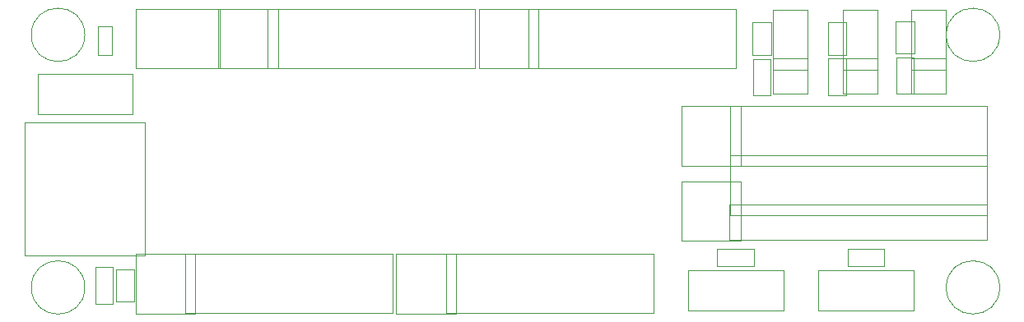
<source format=gbr>
G04 #@! TF.GenerationSoftware,KiCad,Pcbnew,(5.1.5)-2*
G04 #@! TF.CreationDate,2020-04-05T00:52:07+07:00*
G04 #@! TF.ProjectId,KIT_PIC16F1937,4b49545f-5049-4433-9136-46313933372e,rev?*
G04 #@! TF.SameCoordinates,Original*
G04 #@! TF.FileFunction,Other,User*
%FSLAX46Y46*%
G04 Gerber Fmt 4.6, Leading zero omitted, Abs format (unit mm)*
G04 Created by KiCad (PCBNEW (5.1.5)-2) date 2020-04-05 00:52:07*
%MOMM*%
%LPD*%
G04 APERTURE LIST*
%ADD10C,0.050000*%
G04 APERTURE END LIST*
D10*
X150844000Y-101683000D02*
X149384000Y-101683000D01*
X149384000Y-101683000D02*
X149384000Y-98723000D01*
X149384000Y-98723000D02*
X150844000Y-98723000D01*
X150844000Y-98723000D02*
X150844000Y-101683000D01*
X143182000Y-107714000D02*
X143182000Y-103614000D01*
X152982000Y-107714000D02*
X143182000Y-107714000D01*
X152982000Y-103614000D02*
X152982000Y-107714000D01*
X143182000Y-103614000D02*
X152982000Y-103614000D01*
X148038000Y-99568000D02*
G75*
G03X148038000Y-99568000I-2750000J0D01*
G01*
X148038000Y-125603000D02*
G75*
G03X148038000Y-125603000I-2750000J0D01*
G01*
X242145000Y-99568000D02*
G75*
G03X242145000Y-99568000I-2750000J0D01*
G01*
X242145000Y-125603000D02*
G75*
G03X242145000Y-125603000I-2750000J0D01*
G01*
X193644000Y-103019000D02*
X193644000Y-96919000D01*
X193644000Y-96919000D02*
X214994000Y-96919000D01*
X214994000Y-96919000D02*
X214994000Y-103019000D01*
X214994000Y-103019000D02*
X193644000Y-103019000D01*
X185174000Y-122152000D02*
X206524000Y-122152000D01*
X185174000Y-128252000D02*
X185174000Y-122152000D01*
X206524000Y-128252000D02*
X185174000Y-128252000D01*
X206524000Y-122152000D02*
X206524000Y-128252000D01*
X188197000Y-103019000D02*
X166847000Y-103019000D01*
X188197000Y-96919000D02*
X188197000Y-103019000D01*
X166847000Y-96919000D02*
X188197000Y-96919000D01*
X166847000Y-103019000D02*
X166847000Y-96919000D01*
X179727000Y-122152000D02*
X179727000Y-128252000D01*
X179727000Y-128252000D02*
X158377000Y-128252000D01*
X158377000Y-128252000D02*
X158377000Y-122152000D01*
X158377000Y-122152000D02*
X179727000Y-122152000D01*
X154200000Y-122323000D02*
X154200000Y-108573000D01*
X154200000Y-108573000D02*
X141850000Y-108573000D01*
X141850000Y-108573000D02*
X141850000Y-122323000D01*
X141850000Y-122323000D02*
X154200000Y-122323000D01*
X180064000Y-128292000D02*
X186214000Y-128292000D01*
X186214000Y-128292000D02*
X186214000Y-122142000D01*
X186214000Y-122142000D02*
X180064000Y-122142000D01*
X180064000Y-122142000D02*
X180064000Y-128292000D01*
X161767000Y-96869000D02*
X161767000Y-103019000D01*
X167917000Y-96869000D02*
X161767000Y-96869000D01*
X167917000Y-103019000D02*
X167917000Y-96869000D01*
X161767000Y-103019000D02*
X167917000Y-103019000D01*
X188564000Y-103019000D02*
X194714000Y-103019000D01*
X194714000Y-103019000D02*
X194714000Y-96869000D01*
X194714000Y-96869000D02*
X188564000Y-96869000D01*
X188564000Y-96869000D02*
X188564000Y-103019000D01*
X153267000Y-122142000D02*
X153267000Y-128292000D01*
X159417000Y-122142000D02*
X153267000Y-122142000D01*
X159417000Y-128292000D02*
X159417000Y-122142000D01*
X153267000Y-128292000D02*
X159417000Y-128292000D01*
X153267000Y-103019000D02*
X161917000Y-103019000D01*
X161917000Y-103019000D02*
X161917000Y-96869000D01*
X161917000Y-96869000D02*
X153267000Y-96869000D01*
X153267000Y-96869000D02*
X153267000Y-103019000D01*
X149100000Y-123520000D02*
X150900000Y-123520000D01*
X150900000Y-123520000D02*
X150900000Y-127280000D01*
X150900000Y-127280000D02*
X149100000Y-127280000D01*
X149100000Y-127280000D02*
X149100000Y-123520000D01*
X216860000Y-121605000D02*
X216860000Y-123405000D01*
X216860000Y-123405000D02*
X213100000Y-123405000D01*
X213100000Y-123405000D02*
X213100000Y-121605000D01*
X213100000Y-121605000D02*
X216860000Y-121605000D01*
X226500000Y-121605000D02*
X230260000Y-121605000D01*
X226500000Y-123405000D02*
X226500000Y-121605000D01*
X230260000Y-123405000D02*
X226500000Y-123405000D01*
X230260000Y-121605000D02*
X230260000Y-123405000D01*
X153150000Y-127080000D02*
X151250000Y-127080000D01*
X151250000Y-127080000D02*
X151250000Y-123720000D01*
X151250000Y-123720000D02*
X153150000Y-123720000D01*
X153150000Y-123720000D02*
X153150000Y-127080000D01*
X210100000Y-127955000D02*
X210100000Y-123855000D01*
X219900000Y-127955000D02*
X210100000Y-127955000D01*
X219900000Y-123855000D02*
X219900000Y-127955000D01*
X210100000Y-123855000D02*
X219900000Y-123855000D01*
X223500000Y-127955000D02*
X223500000Y-123855000D01*
X233300000Y-127955000D02*
X223500000Y-127955000D01*
X233300000Y-123855000D02*
X233300000Y-127955000D01*
X223500000Y-123855000D02*
X233300000Y-123855000D01*
X218800000Y-97000000D02*
X218800000Y-103150000D01*
X218800000Y-103150000D02*
X222400000Y-103150000D01*
X222400000Y-103150000D02*
X222400000Y-97000000D01*
X222400000Y-97000000D02*
X218800000Y-97000000D01*
X218800000Y-102000000D02*
X218800000Y-105600000D01*
X218800000Y-105600000D02*
X222400000Y-105600000D01*
X222400000Y-105600000D02*
X222400000Y-102000000D01*
X222400000Y-102000000D02*
X218800000Y-102000000D01*
X226000000Y-102000000D02*
X226000000Y-105600000D01*
X226000000Y-105600000D02*
X229600000Y-105600000D01*
X229600000Y-105600000D02*
X229600000Y-102000000D01*
X229600000Y-102000000D02*
X226000000Y-102000000D01*
X226000000Y-97000000D02*
X226000000Y-103150000D01*
X226000000Y-103150000D02*
X229600000Y-103150000D01*
X229600000Y-103150000D02*
X229600000Y-97000000D01*
X229600000Y-97000000D02*
X226000000Y-97000000D01*
X233000000Y-102000000D02*
X233000000Y-105600000D01*
X233000000Y-105600000D02*
X236600000Y-105600000D01*
X236600000Y-105600000D02*
X236600000Y-102000000D01*
X236600000Y-102000000D02*
X233000000Y-102000000D01*
X233000000Y-97000000D02*
X233000000Y-103150000D01*
X233000000Y-103150000D02*
X236600000Y-103150000D01*
X236600000Y-103150000D02*
X236600000Y-97000000D01*
X236600000Y-97000000D02*
X233000000Y-97000000D01*
X214401001Y-111982000D02*
X214401001Y-118132000D01*
X240851001Y-111982000D02*
X214401001Y-111982000D01*
X240851001Y-118132000D02*
X240851001Y-111982000D01*
X214401001Y-118132000D02*
X240851001Y-118132000D01*
X214401001Y-113052000D02*
X240851001Y-113052000D01*
X240851001Y-113052000D02*
X240851001Y-106902000D01*
X240851001Y-106902000D02*
X214401001Y-106902000D01*
X214401001Y-106902000D02*
X214401001Y-113052000D01*
X216778000Y-102059500D02*
X218578000Y-102059500D01*
X218578000Y-102059500D02*
X218578000Y-105819500D01*
X218578000Y-105819500D02*
X216778000Y-105819500D01*
X216778000Y-105819500D02*
X216778000Y-102059500D01*
X224525000Y-105766000D02*
X224525000Y-102006000D01*
X226325000Y-105766000D02*
X224525000Y-105766000D01*
X226325000Y-102006000D02*
X226325000Y-105766000D01*
X224525000Y-102006000D02*
X226325000Y-102006000D01*
X214354000Y-120672000D02*
X240804000Y-120672000D01*
X240804000Y-120672000D02*
X240804000Y-117072000D01*
X240804000Y-117072000D02*
X214354000Y-117072000D01*
X214354000Y-117072000D02*
X214354000Y-120672000D01*
X216728000Y-98269000D02*
X218628000Y-98269000D01*
X218628000Y-98269000D02*
X218628000Y-101629000D01*
X218628000Y-101629000D02*
X216728000Y-101629000D01*
X216728000Y-101629000D02*
X216728000Y-98269000D01*
X224475000Y-101629000D02*
X224475000Y-98269000D01*
X226375000Y-101629000D02*
X224475000Y-101629000D01*
X226375000Y-98269000D02*
X226375000Y-101629000D01*
X224475000Y-98269000D02*
X226375000Y-98269000D01*
X231510000Y-101879000D02*
X233310000Y-101879000D01*
X233310000Y-101879000D02*
X233310000Y-105639000D01*
X233310000Y-105639000D02*
X231510000Y-105639000D01*
X231510000Y-105639000D02*
X231510000Y-101879000D01*
X231460000Y-98142000D02*
X233360000Y-98142000D01*
X233360000Y-98142000D02*
X233360000Y-101502000D01*
X233360000Y-101502000D02*
X231460000Y-101502000D01*
X231460000Y-101502000D02*
X231460000Y-98142000D01*
X209401000Y-106912000D02*
X209401000Y-113062000D01*
X209401000Y-113062000D02*
X215551000Y-113062000D01*
X215551000Y-113062000D02*
X215551000Y-106912000D01*
X215551000Y-106912000D02*
X209401000Y-106912000D01*
X215551000Y-114659000D02*
X209401000Y-114659000D01*
X215551000Y-120809000D02*
X215551000Y-114659000D01*
X209401000Y-120809000D02*
X215551000Y-120809000D01*
X209401000Y-114659000D02*
X209401000Y-120809000D01*
M02*

</source>
